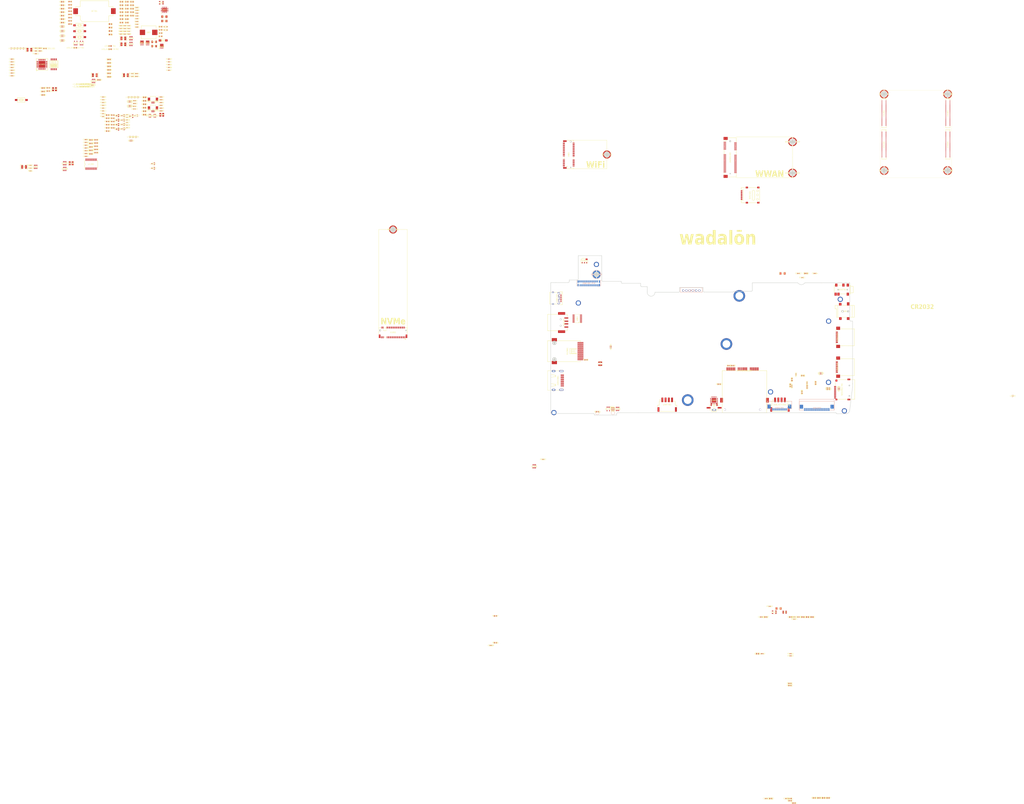
<source format=kicad_pcb>
(kicad_pcb
	(version 20241229)
	(generator "pcbnew")
	(generator_version "9.0")
	(general
		(thickness 1.6)
		(legacy_teardrops no)
	)
	(paper "A4")
	(layers
		(0 "F.Cu" signal "Top Layer")
		(4 "In1.Cu" signal "Inner1")
		(6 "In2.Cu" signal "Inner2")
		(2 "B.Cu" signal "Bottom Layer")
		(9 "F.Adhes" user "F.Adhesive")
		(11 "B.Adhes" user "B.Adhesive")
		(13 "F.Paste" user "Top Paste Mask Layer")
		(15 "B.Paste" user "Bottom Paste Mask Layer")
		(5 "F.SilkS" user "Top Silkscreen Layer")
		(7 "B.SilkS" user "Bottom Silkscreen Layer")
		(1 "F.Mask" user "Top Solder Mask Layer")
		(3 "B.Mask" user "Bottom Solder Mask Layer")
		(17 "Dwgs.User" user "Document Layer")
		(19 "Cmts.User" user "User.Comments")
		(21 "Eco1.User" user "User.Eco1")
		(23 "Eco2.User" user "Mechanical Layer")
		(25 "Edge.Cuts" user "Edge Cuts")
		(27 "Margin" user)
		(31 "F.CrtYd" user "F.Courtyard")
		(29 "B.CrtYd" user "B.Courtyard")
		(35 "F.Fab" user "Top Assembly Layer")
		(33 "B.Fab" user "Bottom Assembly Layer")
		(39 "User.1" user "Ratline Layer")
		(41 "User.2" user "Component Shape Layer")
		(43 "User.3" user "Component Marking Layer")
		(45 "User.4" user "3D Shell Outline Layer")
		(47 "User.5" user "3D Shell Top Layer")
		(49 "User.6" user "3D Shell Bottom Layer")
		(51 "User.7" user "Drill Drawing Layer")
	)
	(setup
		(pad_to_mask_clearance 0)
		(allow_soldermask_bridges_in_footprints no)
		(tenting front back)
		(aux_axis_origin 20 60)
		(pcbplotparams
			(layerselection 0x00000000_00000000_55555555_5755f5ff)
			(plot_on_all_layers_selection 0x00000000_00000000_00000000_00000000)
			(disableapertmacros no)
			(usegerberextensions no)
			(usegerberattributes yes)
			(usegerberadvancedattributes yes)
			(creategerberjobfile yes)
			(dashed_line_dash_ratio 12.000000)
			(dashed_line_gap_ratio 3.000000)
			(svgprecision 4)
			(plotframeref no)
			(mode 1)
			(useauxorigin no)
			(hpglpennumber 1)
			(hpglpenspeed 20)
			(hpglpendiameter 15.000000)
			(pdf_front_fp_property_popups yes)
			(pdf_back_fp_property_popups yes)
			(pdf_metadata yes)
			(pdf_single_document no)
			(dxfpolygonmode yes)
			(dxfimperialunits yes)
			(dxfusepcbnewfont yes)
			(psnegative no)
			(psa4output no)
			(plot_black_and_white yes)
			(plotinvisibletext no)
			(sketchpadsonfab no)
			(plotpadnumbers no)
			(hidednponfab no)
			(sketchdnponfab yes)
			(crossoutdnponfab yes)
			(subtractmaskfromsilk no)
			(outputformat 1)
			(mirror no)
			(drillshape 1)
			(scaleselection 1)
			(outputdirectory "")
		)
	)
	(net 0 "")
	(net 1 "GND")
	(net 2 "+3.3V")
	(net 3 "+5V_CURR2")
	(net 4 "I2C1_SCL")
	(net 5 "I2C1_SDA")
	(net 6 "PWR_BTN_H")
	(net 7 "+3.3V_KEY")
	(net 8 "GND_KEY")
	(net 9 "USB_KEYBOARD_DM")
	(net 10 "USB_KEYBOARD_DP")
	(net 11 "USB_LTE_DM")
	(net 12 "USB_LTE_DP")
	(net 13 "COL1")
	(net 14 "COL2")
	(net 15 "COL3")
	(net 16 "COL4")
	(net 17 "COL5")
	(net 18 "COL6")
	(net 19 "COL7")
	(net 20 "COL8")
	(net 21 "COL9")
	(net 22 "COL10")
	(net 23 "COL11")
	(net 24 "COL12")
	(net 25 "ROW8")
	(net 26 "ROW7")
	(net 27 "ROW6")
	(net 28 "ROW5")
	(net 29 "ROW4")
	(net 30 "ROW3")
	(net 31 "ROW2")
	(net 32 "ROW1")
	(net 33 "PWRON_L")
	(net 34 "+12V")
	(net 35 "UART2_RX_M0_DEBUG")
	(net 36 "LED3_25GLAN_25GLED")
	(net 37 "LED2_25GLAN_1GLED")
	(net 38 "P25G_MDI0_P")
	(net 39 "P25G_MDI0_N")
	(net 40 "P25G_MDI1_P")
	(net 41 "P25G_MDI1_N")
	(net 42 "P25G_MDI2_P")
	(net 43 "P25G_MDI2_N")
	(net 44 "P25G_MDI3_P")
	(net 45 "P25G_MDI3_N")
	(net 46 "MIPI_CSI1_RX_D0_N")
	(net 47 "MIPI_CSI1_RX_D0_P")
	(net 48 "MIPI_CSI1_RX_D1_N")
	(net 49 "MIPI_CSI1_RX_D1_P")
	(net 50 "MIPI_CSI1_RX_CLK0_N")
	(net 51 "MIPI_CSI1_RX_CLK0_P")
	(net 52 "MIPI_CSI1_RX_D2_N")
	(net 53 "MIPI_CSI1_RX_D2_P")
	(net 54 "MIPI_CSI1_RX_D3_N")
	(net 55 "MIPI_CSI1_RX_D3_P")
	(net 56 "PMIC_EXT_EN_OUT")
	(net 57 "BOOT_SARADAC_IN0")
	(net 58 "UART2_TX_M0_DEBUG")
	(net 59 "VDC_MODE")
	(net 60 "RESET_L")
	(net 61 "TYPEC1_SSRX1_N")
	(net 62 "TYPEC1_SSRX1_P")
	(net 63 "TYPEC1_SSTX1_N")
	(net 64 "TYPEC1_SSTX1_P")
	(net 65 "TYPEC0_SSRX1_N")
	(net 66 "TYPEC0_SSRX1_P")
	(net 67 "TYPEC0_SSTX1_N")
	(net 68 "TYPEC0_SSTX1_P")
	(net 69 "TYPEC0_SSRX2_N")
	(net 70 "TYPEC0_SSRX2_P")
	(net 71 "TYPEC0_SSTX2_N")
	(net 72 "TYPEC0_SSTX2_P")
	(net 73 "MIPI_DPHY0_TX_D0_N")
	(net 74 "MIPI_DPHY0_TX_D0_P")
	(net 75 "MIPI_DPHY0_TX_D1_N")
	(net 76 "MIPI_DPHY0_TX_D1_P")
	(net 77 "MIPI_DPHY0_TX_CLK_N")
	(net 78 "MIPI_DPHY0_TX_CLK_P")
	(net 79 "MIPI_DPHY0_TX_D2_N")
	(net 80 "MIPI_DPHY0_TX_D2_P")
	(net 81 "MIPI_DPHY0_TX_D3_N")
	(net 82 "MIPI_DPHY0_TX_D3_P")
	(net 83 "I2C7_SCL_M0")
	(net 84 "I2C7_SDA_M0")
	(net 85 "HPR")
	(net 86 "RECOVERY")
	(net 87 "MIC_IN")
	(net 88 "HPL")
	(net 89 "GND_AUDIO")
	(net 90 "PWR_BTN_L")
	(net 91 "PCIE30_PORT0_TX0_P")
	(net 92 "PCIE30_PORT0_TX0_N")
	(net 93 "PCIE30_PORT0_TX1_P")
	(net 94 "PCIE30_PORT0_TX1_N")
	(net 95 "PCIE30_PORT1_RX2_P")
	(net 96 "PCIE30_PORT1_RX2_N")
	(net 97 "PCIE30_PORT1_RX3_P")
	(net 98 "PCIE30_PORT1_RX3_N")
	(net 99 "PCIE30_PORT1_TX2_P")
	(net 100 "PCIE30_PORT1_TX2_N")
	(net 101 "PCIE30_PORT1_TX3_P")
	(net 102 "PCIE30_PORT1_TX3_N")
	(net 103 "PCIE30_PORT1_REFCLK_IN_P")
	(net 104 "PCIE30_PORT1_REFCLK_IN_N")
	(net 105 "I2C6_SCL_M0")
	(net 106 "I2C6_SDA_M0")
	(net 107 "VBAT_RTC")
	(net 108 "HDMITX1_HPDIN_M0")
	(net 109 "HDMITX0_HPDIN_M0")
	(net 110 "USB30_2_SSTX_N")
	(net 111 "USB30_2_SSTX_P")
	(net 112 "USB30_2_SSRX_N")
	(net 113 "USB30_2_SSRX_P")
	(net 114 "PCIE30_PORT0_REFCLK_IN_N")
	(net 115 "PCIE30_PORT0_REFCLK_IN_P")
	(net 116 "PCIE30_PORT0_RX1_N")
	(net 117 "PCIE30_PORT0_RX1_P")
	(net 118 "PCIE30_PORT0_RX0_N")
	(net 119 "PCIE30_PORT0_RX0_P")
	(net 120 "HDMI_RX_D2_P")
	(net 121 "HDMI_RX_D2_N")
	(net 122 "HDMI_RX_D1_P")
	(net 123 "HDMI_RX_D1_N")
	(net 124 "HDMI_RX_D0_P")
	(net 125 "HDMI_RX_D0_N")
	(net 126 "HDMI_RX_CLK_P")
	(net 127 "HDMI_RX_CLK_N")
	(net 128 "SDMMC0_D2")
	(net 129 "SDMMC0_D3")
	(net 130 "SDMMC0_CMD")
	(net 131 "VCC3V3_SD_S0")
	(net 132 "SD_CLK")
	(net 133 "SDMMC0_D0")
	(net 134 "SDMMC0_D1")
	(net 135 "HDMI_RX_SCL_M1")
	(net 136 "HDMI_RX_SDA_M1")
	(net 137 "HDMI_RX_CEC")
	(net 138 "HDMIIRX_HPDOUT_H")
	(net 139 "GPIO3_B2")
	(net 140 "GPIO3_B3")
	(net 141 "HDMI1_ON_H")
	(net 142 "HDMI1_CEC_M2")
	(net 143 "HDMI1_SDA_M1")
	(net 144 "HDMI1_SCL_M1")
	(net 145 "HDMI0_ON_H")
	(net 146 "HDMI0_CEC_M0")
	(net 147 "HDMI0_SDA_M0")
	(net 148 "HDMI0_SCL_M0")
	(net 149 "HDMI0_TX_SBD_N")
	(net 150 "HDMI0_TX_SBD_P")
	(net 151 "HDMI0_TX3_N")
	(net 152 "HDMI0_TX3_P")
	(net 153 "HDMI0_TX0_N")
	(net 154 "HDMI0_TX0_P")
	(net 155 "HDMI0_TX1_N")
	(net 156 "HDMI0_TX1_P")
	(net 157 "HDMI0_TX2_N")
	(net 158 "HDMI0_TX2_P")
	(net 159 "HDMI1_TX_SBD_N")
	(net 160 "HDMI1_TX_SBD_P")
	(net 161 "HDMI1_TX3_N")
	(net 162 "HDMI1_TX3_P")
	(net 163 "HDMI1_TX0_N")
	(net 164 "HDMI1_TX0_P")
	(net 165 "HDMI1_TX1_N")
	(net 166 "HDMI1_TX1_P")
	(net 167 "HDMI1_TX2_N")
	(net 168 "HDMI1_TX2_P")
	(net 169 "TYPEC0_SBU2_OUT")
	(net 170 "TYPEC0_SBU1_OUT")
	(net 171 "TYPEC0_OTG_DP")
	(net 172 "TYPEC0_OTG_DM")
	(net 173 "TYPEC1_OTG_DP")
	(net 174 "TYPEC1_OTG_DM")
	(net 175 "USB20_HOST0_DP")
	(net 176 "USB20_HOST0_DM")
	(net 177 "USB20_HOST1_DM")
	(net 178 "USB20_HOST1_DP")
	(net 179 "+3.3V_CFEXPRESS")
	(net 180 "PCIE30_REFCLK_A_N")
	(net 181 "PCIE30_REFCLK_A_P")
	(net 182 "Net-(U901-SW)")
	(net 183 "Net-(U901-VBST)")
	(net 184 "+1.5V_WWAN")
	(net 185 "+3.3V_WWAN")
	(net 186 "+3.3V_WIFI")
	(net 187 "Net-(U901-VFB)")
	(net 188 "Net-(U1401-FB)")
	(net 189 "Net-(U1402-SW)")
	(net 190 "Net-(U1402-VBST)")
	(net 191 "+1.8V")
	(net 192 "PCIE20_1_REFCLKN")
	(net 193 "PCIE20_1_REFCLKP")
	(net 194 "+3.3V_NVME")
	(net 195 "Net-(U1402-VFB)")
	(net 196 "Net-(U1601-MICBIAS)")
	(net 197 "Net-(U1601-VMID)")
	(net 198 "Net-(U1601-RINPUT1)")
	(net 199 "Net-(C1605-Pad1)")
	(net 200 "Net-(MIC1601-OUT)")
	(net 201 "unconnected-(D2001-I{slash}O_3-Pad4)")
	(net 202 "unconnected-(D2001-GND-Pad8)")
	(net 203 "unconnected-(D2001-I{slash}O_4-Pad5)")
	(net 204 "Net-(C1301-Pad1)")
	(net 205 "Net-(U1401-LX)")
	(net 206 "Net-(C1610-Pad1)")
	(net 207 "Net-(MIC1602-OUT)")
	(net 208 "Net-(U901-EN)")
	(net 209 "Net-(U1001-EN)")
	(net 210 "GPIO1_B0{slash}CFEXPRESS_INSERT")
	(net 211 "GPIO4_B5{slash}M2_A_CLKREQ_L")
	(net 212 "Net-(SW1101-1)")
	(net 213 "GPIO0_D5{slash}CFEXPRESS_EJECT")
	(net 214 "Net-(LED_CFEXPRESS1101-K)")
	(net 215 "Net-(U1301-PGAND)")
	(net 216 "Net-(U1402-EN)")
	(net 217 "GPIO2_C3{slash}PCM_IN{slash}I2S_SD_IN")
	(net 218 "Net-(U1601-ADCDAT)")
	(net 219 "Net-(U1601-DACDAT)")
	(net 220 "GPIO4_C3{slash}PCM_OUT{slash}I2S_SD_OUT")
	(net 221 "Net-(U1601-BCLK)")
	(net 222 "/I2S Audiocodec WM8960/I2S_ADC")
	(net 223 "GPIO2_C0{slash}PCM_SYNC{slash}I2S_WS")
	(net 224 "Net-(U1601-ADCLRC)")
	(net 225 "Net-(X1601-OUTPUT)")
	(net 226 "Net-(U1601-MCLK)")
	(net 227 "Net-(D1701-I{slash}O_1)")
	(net 228 "Net-(D1701-I{slash}O_2)")
	(net 229 "GPIO3_D0{slash}I2C5_SDA_M0_TP")
	(net 230 "GPIO3_C7{slash}I2C5_SCL_M0_TP")
	(net 231 "Net-(RJ2001-LED2+{slash}LED2-)")
	(net 232 "Net-(R2001-Pad1)")
	(net 233 "Net-(RJ2001-LED1+)")
	(net 234 "unconnected-(U801-S1-Pad3)")
	(net 235 "unconnected-(U801-S2-Pad4)")
	(net 236 "unconnected-(U801-X2-Pad6)")
	(net 237 "unconnected-(U801-VDDXD-Pad1)")
	(net 238 "unconnected-(U801-X1-Pad5)")
	(net 239 "unconnected-(U801-S0-Pad2)")
	(net 240 "Net-(U1001-SW)")
	(net 241 "Net-(U1101-VFB)")
	(net 242 "Net-(U1101-SW)")
	(net 243 "Net-(U1101-EN)")
	(net 244 "GPIO3_B7{slash}CFEXPRESS_LED")
	(net 245 "Net-(LED_CFEXPRESS1101-A)")
	(net 246 "unconnected-(U1601-LINPUT3{slash}JD2-Pad2)")
	(net 247 "unconnected-(U1601-LINPUT2-Pad3)")
	(net 248 "Net-(U1601-LINPUT1)")
	(net 249 "unconnected-(AUDIO701-Pad5)")
	(net 250 "unconnected-(AUDIO701-Pad2)")
	(net 251 "unconnected-(AUDIO701-Pad6)")
	(net 252 "unconnected-(AUDIO701-Pad1)")
	(net 253 "unconnected-(AUDIO701-Pad3)")
	(net 254 "unconnected-(AUDIO701-Pad4)")
	(net 255 "Net-(U601-NTC)")
	(net 256 "Net-(U601-BATSENS+)")
	(net 257 "unconnected-(BT701-Pad2)")
	(net 258 "unconnected-(BT701-Pad3)")
	(net 259 "Net-(D601-C)")
	(net 260 "Net-(Q602-G)")
	(net 261 "Net-(Q602-D)")
	(net 262 "Net-(C607-Pad2)")
	(net 263 "Net-(U601-BOOST)")
	(net 264 "Net-(U601-CELLS1)")
	(net 265 "Net-(U601-CELLS0)")
	(net 266 "Net-(U602-SW)")
	(net 267 "Net-(U602-VBST)")
	(net 268 "Net-(U602-VFB)")
	(net 269 "Net-(U604-SW)")
	(net 270 "Net-(U604-VBST)")
	(net 271 "<NO NET>")
	(net 272 "Net-(U604-VFB)")
	(net 273 "Net-(U1001-VBST)")
	(net 274 "Net-(U1001-VFB)")
	(net 275 "Net-(U1101-VBST)")
	(net 276 "Net-(U1301-X2)")
	(net 277 "Net-(U1301-X1)")
	(net 278 "Net-(U1301-RESET#)")
	(net 279 "Net-(U1501-XTAL1)")
	(net 280 "Net-(U1501-UCap)")
	(net 281 "Net-(U1501-XTAL2)")
	(net 282 "/HDMI Connector/HDMI_5V")
	(net 283 "Net-(CFexpress1101-PETn0)")
	(net 284 "unconnected-(CFexpress1101-RESERVED-Pad8)")
	(net 285 "Net-(CFexpress1101-REFCLK+)")
	(net 286 "Net-(CFexpress1101-PERn0)")
	(net 287 "Net-(CFexpress1101-REFCLK-)")
	(net 288 "GPIO4_B6{slash}M2_A_PERST_L")
	(net 289 "Net-(CFexpress1101-PERp1)")
	(net 290 "Net-(CFexpress1101-PETp0)")
	(net 291 "Net-(CFexpress1101-PERn1)")
	(net 292 "Net-(CFexpress1101-PETp1)")
	(net 293 "Net-(CFexpress1101-PETn1)")
	(net 294 "Net-(CFexpress1101-PERp0)")
	(net 295 "unconnected-(CFexpress1101-RESERVED-Pad7)")
	(net 296 "GPIO2_B5{slash}FSPI_RESET")
	(net 297 "unconnected-(CN201-Pad99)")
	(net 298 "GPIO2_B3{slash}FSPI_CLK_M1")
	(net 299 "GPIO2_C1{slash}MIPI_CAM2_RESET_L")
	(net 300 "GPIO2_A7{slash}FSPI_D1_M1")
	(net 301 "MIPI_CSI1_RX_CLK1_N")
	(net 302 "unconnected-(CN201-Pad97)")
	(net 303 "unconnected-(CN201-Pad50)")
	(net 304 "GPIO1_B7{slash}MIPI_CAM2_CLKOUT")
	(net 305 "unconnected-(CN201-Pad42)")
	(net 306 "unconnected-(CN201-Pad62)")
	(net 307 "unconnected-(CN201-Pad66)")
	(net 308 "unconnected-(CN201-Pad71)")
	(net 309 "unconnected-(CN201-Pad31)")
	(net 310 "unconnected-(CN201-Pad36)")
	(net 311 "unconnected-(CN201-Pad44)")
	(net 312 "unconnected-(CN201-Pad68)")
	(net 313 "GPIO2_B4{slash}FSPI_WAKE")
	(net 314 "unconnected-(CN201-Pad48)")
	(net 315 "MIPI_CSI1_RX_CLK1_P")
	(net 316 "unconnected-(CN201-Pad60)")
	(net 317 "GPIO2_B0{slash}FSPI_D2_M1")
	(net 318 "GPIO4_C5{slash}MIPI_CAM1_PDN_L{slash}BT_WAKE_L")
	(net 319 "GPIO2_B2{slash}FSPI_CMD")
	(net 320 "GPIO2_B1{slash}FSPI_D3_M1")
	(net 321 "GPIO2_C2{slash}MIPI_CAM2_PDN_L")
	(net 322 "GPIO4_C4{slash}MIPI_CAM1_RESET_L{slash}WIFI_DISABLE")
	(net 323 "unconnected-(CN201-Pad14)")
	(net 324 "unconnected-(CN201-Pad54)")
	(net 325 "unconnected-(CN201-Pad26)")
	(net 326 "GPIO2_A6{slash}FSPI_D0_M1")
	(net 327 "unconnected-(CN201-Pad29)")
	(net 328 "unconnected-(CN201-Pad56)")
	(net 329 "unconnected-(CN201-Pad38)")
	(net 330 "unconnected-(CN301-Pad85)")
	(net 331 "unconnected-(CN301-Pad56)")
	(net 332 "unconnected-(CN301-Pad26)")
	(net 333 "unconnected-(CN301-Pad24)")
	(net 334 "unconnected-(CN301-Pad77)")
	(net 335 "unconnected-(CN301-Pad80)")
	(net 336 "unconnected-(CN301-Pad83)")
	(net 337 "unconnected-(CN301-Pad17)")
	(net 338 "unconnected-(CN301-Pad78)")
	(net 339 "unconnected-(CN301-Pad72)")
	(net 340 "unconnected-(CN301-Pad86)")
	(net 341 "unconnected-(CN301-Pad32)")
	(net 342 "unconnected-(CN301-Pad12)")
	(net 343 "unconnected-(CN301-Pad48)")
	(net 344 "GPIO1_C4{slash}HP_DET_L")
	(net 345 "unconnected-(CN301-Pad66)")
	(net 346 "unconnected-(CN301-Pad20)")
	(net 347 "unconnected-(CN301-Pad68)")
	(net 348 "unconnected-(CN301-Pad19)")
	(net 349 "unconnected-(CN301-Pad54)")
	(net 350 "unconnected-(CN301-Pad30)")
	(net 351 "unconnected-(CN301-Pad74)")
	(net 352 "unconnected-(CN301-Pad36)")
	(net 353 "unconnected-(CN301-Pad60)")
	(net 354 "unconnected-(CN301-Pad42)")
	(net 355 "unconnected-(CN301-Pad38)")
	(net 356 "unconnected-(CN301-Pad14)")
	(net 357 "unconnected-(CN301-Pad50)")
	(net 358 "unconnected-(CN301-Pad44)")
	(net 359 "unconnected-(CN301-Pad13)")
	(net 360 "unconnected-(CN301-Pad62)")
	(net 361 "unconnected-(CN301-Pad79)")
	(net 362 "unconnected-(CN301-Pad11)")
	(net 363 "unconnected-(CN301-Pad18)")
	(net 364 "unconnected-(CN301-Pad84)")
	(net 365 "unconnected-(CN401-Pad27)")
	(net 366 "GPIO0_C4{slash}UART0_RX_M0")
	(net 367 "GPIO1_A1{slash}UART6_TX_M1")
	(net 368 "unconnected-(CN401-Pad51)")
	(net 369 "GPIO1_B3{slash}SPI0_CLK_M2{slash}UART4_TX_M2")
	(net 370 "GPIO1_A7{slash}CFEXPRESS_PWREN")
	(net 371 "GPIO0_C6{slash}PWM5_M1")
	(net 372 "GPIO1_A4{slash}USB2_PWREN")
	(net 373 "unconnected-(CN401-Pad43)")
	(net 374 "PCIE20_1_TXN{slash}SATA30_1_TXN")
	(net 375 "GPIO4_A2{slash}M2_E_PERST_L")
	(net 376 "GPIO1_A3{slash}I2C4_SCL_M3_TP{slash}UART6_CTS")
	(net 377 "GPIO1_D7{slash}I2C8_SDA_M2")
	(net 378 "GPIO1_B1{slash}SPI0_MISO_M2")
	(net 379 "GPIO1_D3{slash}PWM1_M1")
	(net 380 "GPIO3_C3{slash}PWM15_IR_M0")
	(net 381 "GPIO4_B0{slash}USB3_TYPEC1_PWREN")
	(net 382 "GPIO0_C5{slash}UART0_TX_M0{slash}PWM4_M0{slash}UART6_WAKE#")
	(net 383 "unconnected-(CN401-Pad45)")
	(net 384 "PCIE20_1_TXP{slash}SATA30_1_TXP")
	(net 385 "GPIO1_B2{slash}SPI0_MOSI_M2{slash}UART4_RX_M2")
	(net 386 "GPIO3_C1{slash}TP_RST_L")
	(net 387 "GPIO1_D6{slash}I2C8_SCL_M2")
	(net 388 "GPIO1_A2{slash}I2C4_SDA_M3_TP{slash}UART6_RTS")
	(net 389 "GPIO1_B5{slash}SPI0_CS1_M0{slash}UART7_TX_M2")
	(net 390 "unconnected-(CN401-Pad53)")
	(net 391 "unconnected-(CN401-Pad29)")
	(net 392 "GPIO1_B4{slash}SPI0_CS0_M2{slash}UART7_RX_M2")
	(net 393 "GPIO1_D5{slash}HDMIIRX_DET_L")
	(net 394 "GPIO4_B3{slash}M2_C_PERST_L")
	(net 395 "unconnected-(CN401-Pad57)")
	(net 396 "GPIO0_D4{slash}PWM3_IR_M0")
	(net 397 "GPIO1_D2{slash}TYPEC5V_PWREN_H")
	(net 398 "PCIE20_1_RXP{slash}SATA30_1_RXP")
	(net 399 "GPIO3_C0{slash}TP_INT_L")
	(net 400 "GPIO1_A0{slash}UART6_RX_M1")
	(net 401 "unconnected-(CN401-Pad47)")
	(net 402 "GPIO3_C2{slash}PWM14_M0")
	(net 403 "PCIE20_1_RXN{slash}SATA30_1_RXN")
	(net 404 "GPIO4_B4{slash}M2_B_PERST_L")
	(net 405 "GPIO0_D3{slash}CC_INT_L")
	(net 406 "GPIO3_A5{slash}USB3_2_PWREN")
	(net 407 "unconnected-(CN501-Pad12)")
	(net 408 "GPIO3_A4{slash}SPI4_CS1_M1")
	(net 409 "GPIO0_A4{slash}SDMMC_DET_L")
	(net 410 "GPIO3_B0{slash}PWM9_M0")
	(net 411 "GPIO3_A0{slash}SPI4_MISO_M1{slash}PWM10_M0")
	(net 412 "GPIO3_B4{slash}BT_REG_ON")
	(net 413 "GPIO3_A6{slash}LCD_RST")
	(net 414 "GPIO3_A2{slash}SPI4_CLK_M1{slash}UART8_TX_M1")
	(net 415 "unconnected-(CN501-Pad10)")
	(net 416 "GPIO3_B5{slash}UART3_TX_M1{slash}PWM12_M0")
	(net 417 "unconnected-(CN501-Pad85)")
	(net 418 "GPIO3_A3{slash}SPI4_CS0_M1{slash}UART8_RX_M1")
	(net 419 "GPIO3_A7{slash}PWM8_M0")
	(net 420 "GPIO3_B6{slash}UART3_RX_M1{slash}PWM13_M0")
	(net 421 "GPIO3_B1{slash}PWM2_M1{slash}LCD_BL")
	(net 422 "GPIO3_A1{slash}SPI4_MOSI_M1")
	(net 423 "unconnected-(D601-A-Pad2)")
	(net 424 "Net-(D602-K)")
	(net 425 "Net-(D602-A)")
	(net 426 "Net-(D603-K)")
	(net 427 "Net-(D603-A)")
	(net 428 "unconnected-(D1103-NC-Pad9)")
	(net 429 "unconnected-(D1103-I{slash}O_1-Pad1)")
	(net 430 "unconnected-(D1103-I{slash}O_2-Pad2)")
	(net 431 "unconnected-(D1103-NC-Pad10)")
	(net 432 "Net-(D1701-I{slash}O_3)")
	(net 433 "Net-(D1702-I{slash}O_1)")
	(net 434 "Net-(D1702-I{slash}O_3)")
	(net 435 "Net-(D1702-I{slash}O_2)")
	(net 436 "Net-(D1702-I{slash}O_4)")
	(net 437 "Net-(D1901-K)")
	(net 438 "/HDMI Connector/HDMI_CEC")
	(net 439 "unconnected-(D1905-A-Pad1)")
	(net 440 "/HDMI Connector/HDMI_SCL")
	(net 441 "/HDMI Connector/HDMI_SDA")
	(net 442 "Net-(D1909-A)")
	(net 443 "Net-(D1910-K)")
	(net 444 "unconnected-(D2002-I{slash}O_4-Pad5)")
	(net 445 "unconnected-(D2002-I{slash}O_3-Pad4)")
	(net 446 "unconnected-(D2002-GND-Pad8)")
	(net 447 "Net-(DC601-Pad2)")
	(net 448 "unconnected-(FPC1501-Pad21)")
	(net 449 "unconnected-(FPC1501-Pad20)")
	(net 450 "unconnected-(FPC1501-Pad10)")
	(net 451 "unconnected-(FPC1501-Pad19)")
	(net 452 "unconnected-(FPC1501-Pad12)")
	(net 453 "unconnected-(FPC1501-Pad7)")
	(net 454 "unconnected-(FPC1501-Pad22)")
	(net 455 "unconnected-(FPC1501-Pad8)")
	(net 456 "unconnected-(FPC1502-Pad3)")
	(net 457 "unconnected-(FPC1502-Pad12)")
	(net 458 "unconnected-(FPC1502-Pad13)")
	(net 459 "unconnected-(FPC1502-Pad10)")
	(net 460 "unconnected-(FPC1502-Pad14)")
	(net 461 "/HDMI Connector/HDMI_TX2_N")
	(net 462 "/HDMI Connector/HDMI_CLK_N")
	(net 463 "/HDMI Connector/HDMI_CLK_P")
	(net 464 "/HDMI Connector/HDMI_TX1_N")
	(net 465 "/HDMI Connector/HDMI_TX2_P")
	(net 466 "/HDMI Connector/HDMI_TX1_P")
	(net 467 "/HDMI Connector/HDMI_TX0_P")
	(net 468 "/HDMI Connector/HDMI_TX0_N")
	(net 469 "/2.5GB Ethernet Connector/TD4_N")
	(net 470 "/2.5GB Ethernet Connector/TD4_P")
	(net 471 "/2.5GB Ethernet Connector/TD3_N")
	(net 472 "/2.5GB Ethernet Connector/TD3_P")
	(net 473 "/2.5GB Ethernet Connector/TD2_P")
	(net 474 "/2.5GB Ethernet Connector/TD2_N")
	(net 475 "/2.5GB Ethernet Connector/TD1_P")
	(net 476 "/2.5GB Ethernet Connector/TD1_N")
	(net 477 "Net-(LED_ACT701-K)")
	(net 478 "Net-(LED_CHRG_ACT701-A)")
	(net 479 "Net-(LED_CHRG_ACT701-K)")
	(net 480 "Net-(LED_CHRG_FIN701-K)")
	(net 481 "Net-(LED_CHRG_FIN701-A)")
	(net 482 "unconnected-(MIPI_DSI1801-Pad13)")
	(net 483 "unconnected-(MOUNT201-Pad1)")
	(net 484 "unconnected-(MOUNT202-Pad1)")
	(net 485 "unconnected-(MOUNT203-Pad1)")
	(net 486 "unconnected-(MOUNT204-Pad1)")
	(net 487 "unconnected-(MOUNT901-Pad1)")
	(net 488 "unconnected-(MOUNT1001-Pad1)")
	(net 489 "Net-(Q601-G)")
	(net 490 "Net-(Q603-G)")
	(net 491 "Net-(Q1902-G)")
	(net 492 "Net-(Q1903-D)")
	(net 493 "Net-(Q1904-D)")
	(net 494 "Net-(Q1905-D)")
	(net 495 "Net-(Q1906-G)")
	(net 496 "Net-(Q1907-G)")
	(net 497 "Net-(Q1908-D)")
	(net 498 "Net-(R605-Pad1)")
	(net 499 "Net-(U601-NTCBIAS)")
	(net 500 "Net-(U601-RT)")
	(net 501 "Net-(U602-EN)")
	(net 502 "Net-(U603-EN)")
	(net 503 "Net-(U604-EN)")
	(net 504 "unconnected-(R703-Pad2)")
	(net 505 "Net-(R706-Pad2)")
	(net 506 "Net-(R707-Pad2)")
	(net 507 "Net-(R708-Pad2)")
	(net 508 "unconnected-(R904-Pad1)")
	(net 509 "Net-(U1301-PSELF)")
	(net 510 "Net-(U1301-RREF)")
	(net 511 "Net-(U1302-ILIM)")
	(net 512 "/USB 2 Hub & Connectors/FAULT2#")
	(net 513 "Net-(U1501-PE2(HWB#))")
	(net 514 "Net-(U1501-RESET#)")
	(net 515 "unconnected-(RJ2001-VCC-PadR1)")
	(net 516 "unconnected-(SDCARD1701-EP-Pad11)")
	(net 517 "unconnected-(SDCARD1701-EP-Pad10)")
	(net 518 "unconnected-(SDCARD1701-EP-Pad12)")
	(net 519 "unconnected-(SDCARD1701-EP-Pad13)")
	(net 520 "unconnected-(SDCARD1701-CD-Pad9)")
	(net 521 "unconnected-(SDCARD1701-DAT0-Pad7)")
	(net 522 "unconnected-(SDCARD1701-DAT1-Pad8)")
	(net 523 "Net-(SIM1401-VCC)")
	(net 524 "Net-(SIM1401-CLK)")
	(net 525 "Net-(SIM1401-Vpp)")
	(net 526 "Net-(SIM1401-I{slash}O)")
	(net 527 "Net-(SIM1401-RST)")
	(net 528 "Net-(U1601-SPK_LP)")
	(net 529 "Net-(U1601-SPK_LN)")
	(net 530 "Net-(U1601-SPK_RP)")
	(net 531 "Net-(U1601-SPK_RN)")
	(net 532 "/Keyboard/USB_KEYBOARD_INT_DP")
	(net 533 "/Keyboard/USB_KEYBOARD_INT_DM")
	(net 534 "unconnected-(U601-SMBALERT#-Pad12)")
	(net 535 "unconnected-(U601-SYNC-Pad16)")
	(net 536 "unconnected-(U603-BP-Pad4)")
	(net 537 "unconnected-(U701-A-Pad2)")
	(net 538 "unconnected-(U702-A-Pad2)")
	(net 539 "unconnected-(U703-GND-Pad3)")
	(net 540 "unconnected-(U703-EH-Pad4)")
	(net 541 "unconnected-(U703-OUT-Pad1)")
	(net 542 "unconnected-(U703-VCC-Pad2)")
	(net 543 "unconnected-(U801-CLK0-Pad20)")
	(net 544 "unconnected-(U801-CLK2-Pad14)")
	(net 545 "unconnected-(U801-OE-Pad8)")
	(net 546 "unconnected-(U801-#CLK1-Pad17)")
	(net 547 "unconnected-(U801-CLK3-Pad12)")
	(net 548 "unconnected-(U801-#CLK0-Pad19)")
	(net 549 "unconnected-(U801-GNDODA-Pad16)")
	(net 550 "unconnected-(U801-IREF-Pad10)")
	(net 551 "unconnected-(U801-#CLK2-Pad13)")
	(net 552 "unconnected-(U801-#CLK3-Pad11)")
	(net 553 "unconnected-(U801-CLK1-Pad18)")
	(net 554 "unconnected-(U801-#PD-Pad7)")
	(net 555 "unconnected-(U801-GNDXD-Pad9)")
	(net 556 "unconnected-(U801-VDDODA-Pad15)")
	(net 557 "unconnected-(U1301-PWREN1#-Pad22)")
	(net 558 "unconnected-(U1301-OVCUR1#-Pad21)")
	(net 559 "Net-(U1301-DP3)")
	(net 560 "unconnected-(U1301-DP4-Pad12)")
	(net 561 "Net-(U1301-DM3)")
	(net 562 "unconnected-(U1301-DM4-Pad11)")
	(net 563 "unconnected-(U1301-PWREN2#-Pad20)")
	(net 564 "unconnected-(U1303-IO4-Pad6)")
	(net 565 "unconnected-(U1303-IO1-Pad1)")
	(net 566 "unconnected-(U1501-PB4(PCINT4{slash}ADC11)-Pad28)")
	(net 567 "unconnected-(U1501-PF1(ADC1)-Pad40)")
	(net 568 "unconnected-(U1501-PE6(INT.6{slash}AIN0)-Pad1)")
	(net 569 "unconnected-(U1501-PD7(T0{slash}OC4D{slash}ADC10)-Pad27)")
	(net 570 "unconnected-(U1501-PF0(ADC0)-Pad41)")
	(net 571 "unconnected-(U1601-HP_R-Pad29)")
	(net 572 "unconnected-(U1601-RINPUT2-Pad6)")
	(net 573 "unconnected-(U1601-RINPUT3{slash}JD3-Pad7)")
	(net 574 "unconnected-(U1601-HP_L-Pad31)")
	(net 575 "unconnected-(U1601-OUT3-Pad30)")
	(net 576 "unconnected-(UART701-Pad2)")
	(net 577 "unconnected-(UART701-Pad3)")
	(net 578 "unconnected-(UART701-Pad1)")
	(net 579 "unconnected-(UART701-Pad5)")
	(net 580 "unconnected-(UART701-Pad6)")
	(net 581 "unconnected-(UART701-Pad4)")
	(net 582 "unconnected-(USB1201-VBUS-PadA9)")
	(net 583 "unconnected-(USB1201-SSTXP1-PadA2)")
	(net 584 "unconnected-(USB1201-DP2-PadB6)")
	(net 585 "unconnected-(USB1201-SBU1-PadA8)")
	(net 586 "unconnected-(USB1201-EP-Pad4)")
	(net 587 "unconnected-(USB1201-EP-Pad3)")
	(net 588 "unconnected-(USB1201-EP-Pad1)")
	(net 589 "unconnected-(USB1201-GND-PadB1)")
	(net 590 "unconnected-(USB1201-DN2-PadB7)")
	(net 591 "unconnected-(USB1201-GND-PadA1)")
	(net 592 "unconnected-(USB1201-DN1-PadA7)")
	(net 593 "unconnected-(USB1201-DP1-PadA6)")
	(net 594 "unconnected-(USB1201-VBUS-PadB4)")
	(net 595 "unconnected-(USB1201-CC1-PadA5)")
	(net 596 "unconnected-(USB1201-SSTXp2-PadB2)")
	(net 597 "unconnected-(USB1201-SSRXn2-PadA10)")
	(net 598 "unconnected-(USB1201-CC2-PadB5)")
	(net 599 "unconnected-(USB1201-SSRXp1-PadB11)")
	(net 600 "unconnected-(USB1201-SSTXn1-PadA3)")
	(net 601 "unconnected-(USB1201-VBUS-PadB9)")
	(net 602 "unconnected-(USB1201-EP-Pad2)")
	(net 603 "unconnected-(USB1201-GND-PadA12)")
	(net 604 "unconnected-(USB1201-SSRXp2-PadA11)")
	(net 605 "unconnected-(USB1201-SSRXn1-PadB10)")
	(net 606 "unconnected-(USB1201-SBU2-PadB8)")
	(net 607 "unconnected-(USB1201-VBUS-PadA4)")
	(net 608 "unconnected-(USB1201-GND-PadB12)")
	(net 609 "unconnected-(USB1201-SSTXn2-PadB3)")
	(net 610 "unconnected-(USB1202-GND-Pad4)")
	(net 611 "unconnected-(USB1202-D+-Pad3)")
	(net 612 "unconnected-(USB1202-VBUS-Pad1)")
	(net 613 "unconnected-(USB1202-GND_DRAIN-Pad7)")
	(net 614 "unconnected-(USB1202-GND-Pad11)")
	(net 615 "unconnected-(USB1202-STDA_SSRX+-Pad6)")
	(net 616 "unconnected-(USB1202-GND-Pad10)")
	(net 617 "unconnected-(USB1202-STDA_SSRX--Pad5)")
	(net 618 "unconnected-(USB1202-STDA_SSTX--Pad8)")
	(net 619 "unconnected-(USB1202-D--Pad2)")
	(net 620 "unconnected-(USB1202-STDA_SSTX+-Pad9)")
	(net 621 "unconnected-(USB1203-VBUS-Pad1)")
	(net 622 "unconnected-(USB1203-GND-Pad11)")
	(net 623 "unconnected-(USB1203-GND-Pad10)")
	(net 624 "unconnected-(USB1203-GND_DRAIN-Pad7)")
	(net 625 "unconnected-(USB1203-GND-Pad4)")
	(net 626 "unconnected-(USB1203-STDA_SSTX+-Pad9)")
	(net 627 "unconnected-(USB1203-STDA_SSRX--Pad5)")
	(net 628 "unconnected-(USB1203-STDA_SSTX--Pad8)")
	(net 629 "unconnected-(USB1203-D--Pad2)")
	(net 630 "unconnected-(USB1203-D+-Pad3)")
	(net 631 "unconnected-(USB1203-STDA_SSRX+-Pad6)")
	(net 632 "unconnected-(USB_KEY1501-Pad5)")
	(net 633 "unconnected-(USB_KEY1501-Pad6)")
	(net 634 "unconnected-(WWAN1401-COEX2-Pad5)")
	(net 635 "unconnected-(WWAN1401-GND-Pad35)")
	(net 636 "unconnected-(WWAN1401-REFCLK--Pad11)")
	(net 637 "unconnected-(WWAN1401-RSVRD49-Pad49)")
	(net 638 "unconnected-(WWAN1401-GND-Pad43)")
	(net 639 "unconnected-(WWAN1401-REFCLK+-Pad13)")
	(net 640 "unconnected-(WWAN1401-WAKE-Pad1)")
	(net 641 "unconnected-(WWAN1401-GND-Pad9)")
	(net 642 "unconnected-(WWAN1401-GND-Pad27)")
	(net 643 "unconnected-(WWAN1401-LED_WPAN-Pad46)")
	(net 644 "unconnected-(WWAN1401-GND-Pad50)")
	(net 645 "unconnected-(WWAN1401-SMB_CLK-Pad30)")
	(net 646 "unconnected-(WWAN1401-PETP0-Pad33)")
	(net 647 "unconnected-(WWAN1401-RSVRD51-Pad51)")
	(net 648 "unconnected-(WWAN1401-+3V3AUX-Pad39)")
	(net 649 "unconnected-(WWAN1401-+1V5-Pad48)")
	(net 650 "unconnected-(WWAN1401-UIM_C8-Pad17)")
	(net 651 "unconnected-(WWAN1401-RSVRD47-Pad47)")
	(net 652 "unconnected-(WWAN1401-PERST-Pad22)")
	(net 653 "unconnected-(WWAN1401-GND-Pad37)")
	(net 654 "unconnected-(WWAN1401-RSVRD45-Pad45)")
	(net 655 "unconnected-(WWAN1401-CLKREQ-Pad7)")
	(net 656 "unconnected-(WWAN1401-+3V3AUX-Pad41)")
	(net 657 "unconnected-(WWAN1401-SMB_DATA-Pad32)")
	(net 658 "unconnected-(WWAN1401-LED_WLAN-Pad44)")
	(net 659 "unconnected-(WWAN1401-W_DISABLE-Pad20)")
	(net 660 "unconnected-(WWAN1401-PETN0-Pad31)")
	(net 661 "unconnected-(WWAN1401-PERN0-Pad23)")
	(net 662 "unconnected-(WWAN1401-+3V3-Pad52)")
	(net 663 "unconnected-(WWAN1401-GND-Pad29)")
	(net 664 "unconnected-(WWAN1401-GND-Pad15)")
	(net 665 "unconnected-(WWAN1401-UIM_C4-Pad19)")
	(net 666 "unconnected-(WWAN1401-COEX1-Pad3)")
	(net 667 "unconnected-(WWAN1401-PERP0-Pad25)")
	(net 668 "unconnected-(WWAN1401-LED_WWAN-Pad42)")
	(net 669 "unconnected-(X901-SUSCLK-Pad50)")
	(net 670 "unconnected-(X901-RESERVED-Pad64)")
	(net 671 "unconnected-(X901-I2C_SCL-Pad60)")
	(net 672 "unconnected-(X901-SDIO_CLK-Pad9)")
	(net 673 "unconnected-(X901-PETp1-Pad59)")
	(net 674 "unconnected-(X901-SDIO_RST#-Pad23)")
	(net 675 "unconnected-(X901-VENDOR_DEFINED-Pad40)")
	(net 676 "GPIO4_A1{slash}TP_2_RST_L{slash}PCIE20_PEWAKE")
	(net 677 "unconnected-(X901-PERp1-Pad65)")
	(net 678 "unconnected-(X901-SDIO_D2-Pad17)")
	(net 679 "unconnected-(X901-3.3V-Pad74)")
	(net 680 "unconnected-(X901-PETp0-Pad35)")
	(net 681 "unconnected-(X901-PETn1-Pad61)")
	(net 682 "unconnected-(X901-GND-Pad75)")
	(net 683 "unconnected-(X901-SDIO_CMD-Pad11)")
	(net 684 "unconnected-(X901-LED1#-Pad6)")
	(net 685 "unconnected-(X901-COEX_TXD-Pad48)")
	(net 686 "unconnected-(X901-SDIO_D1-Pad15)")
	(net 687 "unconnected-(X901-I2C_SDA-Pad58)")
	(net 688 "unconnected-(X901-PCM_OUT{slash}I2S_SD_OUT-Pad14)")
	(net 689 "unconnected-(X901-UIM_SWP{slash}PERST1#-Pad66)")
	(net 690 "unconnected-(X901-PCM_CLK{slash}I2S_SCK-Pad8)")
	(net 691 "unconnected-(X901-COEX3-Pad44)")
	(net 692 "unconnected-(X901-GND-Pad33)")
	(net 693 "unconnected-(X901-3.3V-Pad2)")
	(net 694 "unconnected-(X901-VENDOR_DEFINED-Pad38)")
	(net 695 "unconnected-(X901-GND-Pad39)")
	(net 696 "unconnected-(X901-REFCLKn1-Pad73)")
	(net 697 "unconnected-(X901-COEX_RXD-Pad46)")
	(net 698 "GPIO4_A0{slash}TP_2_INT_L{slash}PCIE20_CLKREQ")
	(net 699 "unconnected-(X901-PCM_SYNC{slash}I2S_WS-Pad10)")
	(net 700 "unconnected-(X901-ALERT#-Pad62)")
	(net 701 "unconnected-(X901-SDIO_D3-Pad19)")
	(net 702 "unconnected-(X901-PERn1-Pad67)")
	(net 703 "unconnected-(X901-PERSTO#-Pad52)")
	(net 704 "unconnected-(X901-3.3V-Pad4)")
	(net 705 "unconnected-(X901-Pad76)")
	(net 706 "unconnected-(X901-SDIO_WAKE#-Pad21)")
	(net 707 "unconnected-(X901-LED2#-Pad16)")
	(net 708 "unconnected-(X901-PETn0-Pad37)")
	(net 709 "unconnected-(X901-UIM_PWR_SNK{slash}CLKREQ1#-Pad68)")
	(net 710 "unconnected-(X901-VENDOR_DEFINED-Pad42)")
	(net 711 "unconnected-(X901-UIM_PWR_SRC{slash}PEWAKE1#-Pad70)")
	(net 712 "unconnected-(X901-REFCLKp1-Pad71)")
	(net 713 "unconnected-(X901-3.3V-Pad72)")
	(net 714 "unconnected-(X901-W_DISABLE2#-Pad54)")
	(net 715 "unconnected-(X901-GND-Pad7)")
	(net 716 "unconnected-(X901-SDIO_D0-Pad13)")
	(net 717 "unconnected-(X901-PCM_IN{slash}I2S_SD_IN-Pad12)")
	(net 718 "unconnected-(X1001-3.3V-Pad72)")
	(net 719 "unconnected-(X1001-3.3V-Pad12)")
	(net 720 "unconnected-(X1001-N{slash}C-Pad26)")
	(net 721 "unconnected-(X1001-N{slash}C-Pad58)")
	(net 722 "unconnected-(X1001-PETp2-Pad25)")
	(net 723 "unconnected-(X1001-REFCLKp-Pad55)")
	(net 724 "unconnected-(X1001-PERn1-Pad29)")
	(net 725 "unconnected-(X1001-PETp1-Pad37)")
	(net 726 "unconnected-(X1001-PERp2-Pad19)")
	(net 727 "unconnected-(X1001-N{slash}C-Pad30)")
	(net 728 "unconnected-(X1001-N{slash}C-Pad34)")
	(net 729 "unconnected-(X1001-MOUNT-Pad77)")
	(net 730 "unconnected-(X1001-N{slash}C-Pad46)")
	(net 731 "unconnected-(X1001-3.3V-Pad4)")
	(net 732 "unconnected-(X1001-GND-Pad57)")
	(net 733 "unconnected-(X1001-CLKREQ#-Pad52)")
	(net 734 "unconnected-(X1001-PERp0-Pad43)")
	(net 735 "unconnected-(X1001-DAS{slash}DSS#{slash}LED#-Pad10)")
	(net 736 "unconnected-(X1001-PETn1-Pad35)")
	(net 737 "unconnected-(X1001-N{slash}C-Pad20)")
	(net 738 "unconnected-(X1001-PETp3-Pad13)")
	(net 739 "unconnected-(X1001-PEWAKE#-Pad54)")
	(net 740 "unconnected-(X1001-DEVSLP-Pad38)")
	(net 741 "unconnected-(X1001-N{slash}C-Pad67)")
	(net 742 "unconnected-(X1001-N{slash}C-Pad32)")
	(net 743 "unconnected-(X1001-N{slash}C-Pad24)")
	(net 744 "unconnected-(X1001-N{slash}C-Pad6)")
	(net 745 "unconnected-(X1001-PERn3-Pad5)")
	(net 746 "unconnected-(X1001-N{slash}C-Pad22)")
	(net 747 "unconnected-(X1001-PETn3-Pad11)")
	(net 748 "unconnected-(X1001-N{slash}C-Pad36)")
	(net 749 "unconnected-(X1001-3.3V-Pad70)")
	(net 750 "unconnected-(X1001-N{slash}C-Pad48)")
	(net 751 "unconnected-(X1001-ALERT#-Pad44)")
	(net 752 "unconnected-(X1001-PETn2-Pad23)")
	(net 753 "unconnected-(X1001-GND-Pad27)")
	(net 754 "unconnected-(X1001-N{slash}C-Pad8)")
	(net 755 "unconnected-(X1001-PERp1-Pad31)")
	(net 756 "unconnected-(X1001-PETn0-Pad47)")
	(net 757 "unconnected-(X1001-GND-Pad45)")
	(net 758 "unconnected-(X1001-SUSCLK-Pad68)")
	(net 759 "unconnected-(X1001-3.3V-Pad74)")
	(net 760 "unconnected-(X1001-PERp3-Pad7)")
	(net 761 "unconnected-(X1001-MOUNT-Pad76)")
	(net 762 "unconnected-(X1001-PEDET-Pad69)")
	(net 763 "unconnected-(X1001-N{slash}C-Pad56)")
	(net 764 "unconnected-(X1001-PETp0-Pad49)")
	(net 765 "unconnected-(X1001-SMB_DATA-Pad42)")
	(net 766 "unconnected-(X1001-3.3V-Pad2)")
	(net 767 "unconnected-(X1001-N{slash}C-Pad28)")
	(net 768 "unconnected-(X1001-PERST#-Pad50)")
	(net 769 "unconnected-(X1001-PERn0-Pad41)")
	(net 770 "unconnected-(X1001-GND-Pad33)")
	(net 771 "unconnected-(X1001-REFCLKn-Pad53)")
	(net 772 "unconnected-(X1001-PERn2-Pad17)")
	(net 773 "unconnected-(X1001-SMB_CLK-Pad40)")
	(net 774 "unconnected-(X1501-GND-Pad4)")
	(net 775 "unconnected-(X1501-GND-Pad2)")
	(net 776 "unconnected-(Y1301-GND-Pad2)")
	(net 777 "unconnected-(Y1301-GND-Pad4)")
	(net 778 "+5V")
	(net 779 "/I2S Audiocodec WM8960/I2S_DAC")
	(net 780 "/I2S Audiocodec WM8960/I2S_SCK")
	(net 781 "/I2S Audiocodec WM8960/I2S_LRCLK")
	(net 782 "/I2S Audiocodec WM8960/I2C_SCL")
	(net 783 "/I2S Audiocodec WM8960/I2C_SDA")
	(footprint "mainboard:SOT-23-6_L2.9-W1.6-P0.95-LS2.8-BL" (layer "F.Cu") (at -325.5805 -95.7515))
	(footprint "mainboard:C0402" (layer "F.Cu") (at 193.33 457.8825))
	(footprint "mainboard:C0603" (layer "F.Cu") (at -313.657 -98.9465))
	(footprint "mainboard:C0603" (layer "F.Cu") (at -299.9175 -148.8155))
	(footprint "mainboard:C0603" (layer "F.Cu") (at 213.205 134.634 90))
	(footprint "mainboard:AUDIO-SMD_PJ-3420-A-SMT_C319102" (layer "F.Cu") (at 251.6495 65.25 180))
	(footprint "mainboard:C0603" (layer "F.Cu") (at -313.657 -109.6645))
	(footprint "mainboard:SW-SMD_L6.0-W3.3-LS8.0" (layer "F.Cu") (at -336.2495 -129.5795))
	(footprint "mainboard:SOT-323-3_L2.1-W1.3-P1.30-LS2.3-BR" (layer "F.Cu") (at -279.57 -31.9205))
	(footprint "mainboard:SOT-323-3_L2.0-W1.3-P1.30-LS2.1-BR" (layer "F.Cu") (at -302.8335 -68.97425))
	(footprint "mainboard:R0402" (layer "F.Cu") (at -370.10925 -118.90225))
	(footprint "mainboard:DFN-10_L2.5-W1.0-P0.50-BL-2" (layer "F.Cu") (at -349.6625 -134.2145))
	(footprint "mainboard:DFN2510-10_L2.5-W1.0-P0.50-BL" (layer "F.Cu") (at -296.67725 -49.681))
	(footprint "mainboard:R0402" (layer "F.Cu") (at -318.15925 -81.24225))
	(footprint "mainboard:FILTER-SMD_4P-L1.3-W1.0-P0.55-BL" (layer "F.Cu") (at -296.1145 -83.2415))
	(footprint "mainboard:C0603" (layer "F.Cu") (at -303.967 -140.777))
	(footprint "mainboard:R0402" (layer "F.Cu") (at -267.33925 -112.61175))
	(footprint "mainboard:CRYSTAL-SMD_4P-L3.2-W2.5-BL" (layer "F.Cu") (at -355.69625 -89.40175))
	(footprint "mainboard:R0603" (layer "F.Cu") (at -360.48825 -87.94625))
	(footprint "mainboard:SOT-323-3_L2.1-W1.3-P1.30-LS2.3-BR" (layer "F.Cu") (at -279.57 -28.4345))
	(footprint "mainboard:C0603" (layer "F.Cu") (at -327.637 -42.1855))
	(footprint "mainboard:R0603" (layer "F.Cu") (at 211.631 370.684))
	(footprint "mainboard:C0402"
		(layer "F.Cu")
		(uuid "15e8ac94-ed95-4fbf-a8b6-b399a0992f01")
		(at -388.474748 -99.71475)
		(property "Reference" "C1510"
			(at 0 0 0)
			(layer "F.SilkS")
			(uuid "7d7251c7-db50-4fe0-b23f-1150473cfe83")
			(effects
				(font
					(size 1 1)
					(thickness 0.15)
				)
			)
		)
		(property "Value" "100nF"
			(at 0 0 0)
			(layer "F.Fab")
			(uuid "b0c0432a-b89c-40ea-bb61-7f4a64ae918d")
			(effects
				(font
					(size 1 1)
					(thickness 0.15)
				)
			)
		)
		(property "Datasheet" "https://atta.szlcsc.com/upload/public/pdf/source/20200305/C486355_26A10D38EF8C2A5C37091D0039909270.pdf"
			(at 0 0 0)
			(layer "F.Fab")
			(hide yes)
			(uuid "c8e99c40-2b5d-4890-ad6a-fcfe3f3f0cda")
			(effects
				(font
					(size 1 1)
					(thickness 0.15)
				)
			)
		)
		(property "Description" "Capacitance:100nF Tolerance:±10% Tolerance:±10% Voltage Rated: Temperature Coefficient:"
			(at 0 0 0)
			(layer "F.Fab")
			(hide yes)
			(uuid "47442b1a-525a-42f1-8351-0abe25eb27ad")
			(effects
				(font
					(size 1 1)
					(thickness 0.15)
				)
			)
		)
		(property "Manufacturer Part" "0402B104K250NT"
			(at 0 0 0)
			(unlocked yes)
			(layer "F.Fab")
			(hide yes)
			(uuid "739df98c-6fe0-408b-b5bd-85cc5b006464")
			(effects
				(font
					(size 1 1)
					(thickness 0.15)
				)
			)
		)
		(property "Manufacturer" "FH(风华)"
			(at 0 0 0)
			(unlocked yes)
			(layer "F.Fab")
			(hide yes)
			(uuid "6b1d5ebe-9c27-4114-aac9-0404c911ed83")
			(effects
				(font
					(size 1 1)
					(thickness 0.15)
				)
			)
		)
		(property "Supplier Part" "C56392"
			(at 0 0 0)
			(unlocked yes)
			(layer "F.Fab")
			(hide yes)
			(uuid "f6f3b003-d771-45ee-89c0-ab9d22ca848c")
			(effects
				(font
					(size 1 1)
					(thickness 0.15)
				)
			)
		)
		(property "Supplier" "LCSC"
			(at 0 0 0)
			(unlocked yes)
			(layer "F.Fab")
			(hide yes)
			(uuid "e4eceaa9-e8d4-4c77-9fc0-142a0931ac97")
			(effects
				(font
					(size 1 1)
					(thickness 0.15)
				)
			)
		)
		(property "LCSC Part Name" "100nF ±10% 25V"
			(at 0 0 0)
			(unlocked yes)
			(layer "F.Fab")
			(hide yes)
			(uuid "e592c3cd-0076-434b-bc7b-351cc16d5d76")
			(effects
				(font
					(size 1 1)
					(thickness 0.15)
				)
			)
		)
		(path "/b53c68d6-890a-48ca-a848-4e830d0e96f7/9c4f6453-af8f-41e0-902c-7490ca68d519")
		(sheetname "/Keyboard/")
		(sheetfile "14_Keyboard.kicad_sch")
		(fp_line
			(start -1.1685 0.346)
			(end -1.1685 -0.346)
			(stroke
				(width 0.1525)
				(type default)
			)
			(layer "F.SilkS")
			(uuid "9a8c7350-a01a-4f2b-aaf1-5fdb5bf08173")
		)
		(fp_line
			(start -1.0165 -0.4985)
			(end -0.226 -0.4985)
			(stroke
				(width 0.1525)
				(type default)
			)
			(layer "F.SilkS")
			(uuid "251b98fb-4b04-411d-ab7b-cc383d3ead8b")
		)
		(fp_line
			(start -0.226 0.4985)
			(end -1.0165 0.4985)
			(stroke
				(width 0.1525)
				(type default)
			)
			(layer "F.SilkS")
			(uuid "92d7ef32-fc7d-46d8-a2e0-c6231f25f089")
		)
		(fp_line
			(start 0.226 0.4985)
			(end 1.0165 0.4985)
			(stroke
				(width 0.1525)
				(type default)
			)
			(layer "F.SilkS")
			(uuid "b6d33024-e187-410f-be76-fbf975a0093b")
		)
		(fp_line
			(start 1.0165 -0.4985)
			(end 0.226 -0.4985)
			(stroke
				(width 0.1525)
				(type default)
			)
			(layer "F.SilkS")
			(uuid "4e0d3461-b47c-484b-83c2-1e87894d82d0")
		)
		(fp_line
			(start 1.1685 0.346)
			(end 1.1685 -0.346)
			(stroke
				(width 0.1525)
				(type default)
			)
			(layer "F.SilkS")
			(uuid "18d44d6f-5986-4276-8e7d-8ac1c1807b0f")
		)
		(fp_arc
			(start -1.1685 -0.346)
			(mid -1.12398 -0.45348)
			(end -1.0165 -0.4985)
			(stroke
				(width 0.1525)
				(type default)
			)
			(layer "F.SilkS")
			(uuid "8a45491b-1c6d-426d-9e64-59d3840c0b89")
		)
		(fp_arc
			(start -1.0165 0.4985)
			(mid -1.124334 0.453834)
			(end -1.1685 0.346)
			(stroke
				(width 0.1525)
				(type default)
			)
			(layer "F.SilkS")
			(uuid "8fd43da2-68f8-47bc-9f62-4a8131f18cb5")
		)
		(fp_arc
			(start 1.0165 -0.4985)
			(mid 1.124334 -0.
... [3263070 chars truncated]
</source>
